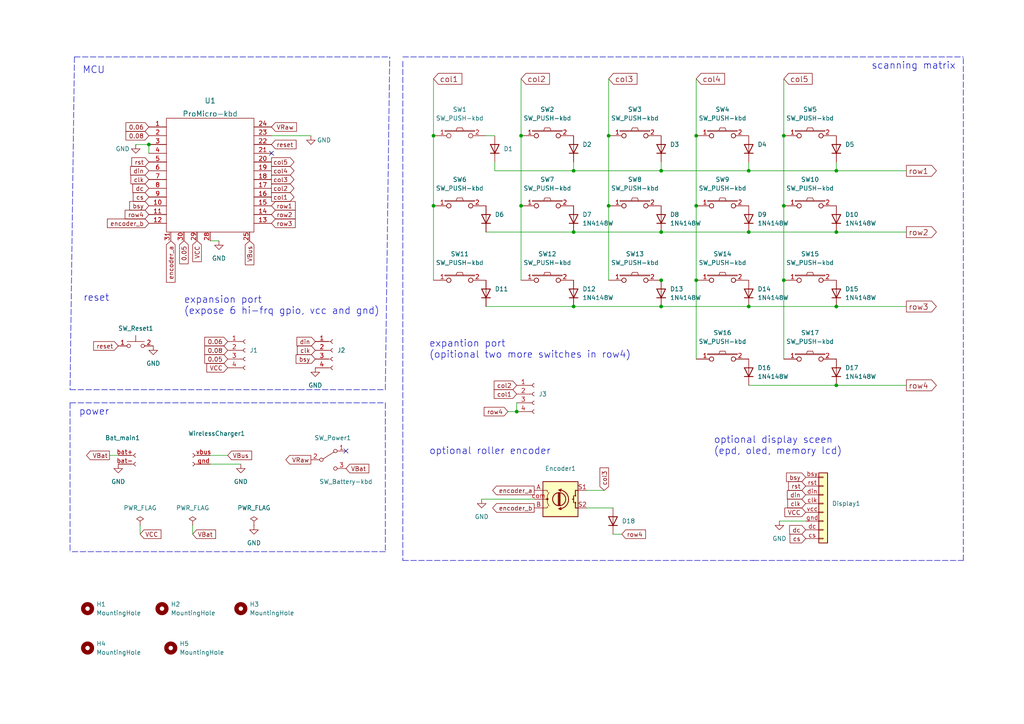
<source format=kicad_sch>
(kicad_sch (version 20211123) (generator eeschema)
  (paper "A4")
  (lib_symbols
    (symbol "Conn_01x02_Female_2" (pin_names (offset 1.016) hide)
      (property "Reference" "WirelessCharger1" (at 16.51 5.08 0))
      (symbol "Conn_01x02_Female_2_1_1"
        (arc (start 0 -2.032) (mid -0.508 -2.54) (end 0 -3.048) (stroke (width 0.1524)))
        (polyline (pts (xy -1.27 -2.54) (xy -0.508 -2.54)) (stroke (width 0.1524)))
        (polyline (pts (xy -1.27 0) (xy -0.508 0)) (stroke (width 0.1524)))
        (arc (start 0 0.508) (mid -0.508 0) (end 0 -0.508) (stroke (width 0.1524)))
        (pin passive line (at -5.08 -2.54 0) (length 3.81) (name "GND") (number "gnd"))
        (pin passive line (at -5.08 0 0) (length 3.81) (name "VBUS") (number "vbus"))
      )
    )
    (symbol "Connector:Conn_01x04_Female" (pin_names (offset 1.016) hide)
      (property "Reference" "J" (at 0 5.08 0))
      (property "Value" "Conn_01x04_Female" (at 0 -7.62 0))
      (symbol "Conn_01x04_Female_1_1"
        (arc (start 0 -4.572) (mid -0.508 -5.08) (end 0 -5.588) (stroke (width 0.1524)))
        (arc (start 0 -2.032) (mid -0.508 -2.54) (end 0 -3.048) (stroke (width 0.1524)))
        (polyline (pts (xy -1.27 -5.08) (xy -0.508 -5.08)) (stroke (width 0.1524)))
        (polyline (pts (xy -1.27 -2.54) (xy -0.508 -2.54)) (stroke (width 0.1524)))
        (polyline (pts (xy -1.27 0) (xy -0.508 0)) (stroke (width 0.1524)))
        (polyline (pts (xy -1.27 2.54) (xy -0.508 2.54)) (stroke (width 0.1524)))
        (arc (start 0 0.508) (mid -0.508 0) (end 0 -0.508) (stroke (width 0.1524)))
        (arc (start 0 3.048) (mid -0.508 2.54) (end 0 2.032) (stroke (width 0.1524)))
        (pin passive line (at -5.08 2.54 0) (length 3.81) (name "Pin_1") (number "1"))
        (pin passive line (at -5.08 0 0) (length 3.81) (name "Pin_2") (number "2"))
        (pin passive line (at -5.08 -2.54 0) (length 3.81) (name "Pin_3") (number "3"))
        (pin passive line (at -5.08 -5.08 0) (length 3.81) (name "Pin_4") (number "4"))
      )
    )
    (symbol "Mechanical:MountingHole" (pin_names (offset 1.016))
      (property "Reference" "H" (at 0 5.08 0))
      (property "Value" "MountingHole" (at 0 3.175 0))
      (symbol "MountingHole_0_1"
        (circle (center 0 0) (radius 1.27) (stroke (width 1.27)))
      )
    )
    (symbol "mysymbol:1N4148W" (pin_numbers hide) (pin_names (offset 1.016) hide)
      (property "Reference" "D?" (at 2.54 1.2701 90))
      (symbol "1N4148W_0_1"
        (polyline (pts (xy -1.27 1.27) (xy -1.27 -1.27)) (stroke (width 0.254)))
        (polyline (pts (xy 1.27 0) (xy -1.27 0)))
        (polyline (pts (xy 1.27 1.27) (xy 1.27 -1.27) (xy -1.27 0) (xy 1.27 1.27)) (stroke (width 0.254)))
      )
      (symbol "1N4148W_1_1"
        (pin passive line (at -3.81 0 0) (length 2.54) (name "K") (number "1"))
        (pin passive line (at 3.81 0 180) (length 2.54) (name "A") (number "2"))
      )
    )
    (symbol "mysymbol:Conn_Battery_solderable" (pin_names (offset 1.016) hide)
      (property "Reference" "J?" (at 1.27 0.0001 0))
      (property "Value" "Conn_Battery_solderable" (at 1.27 -2.5399 0))
      (symbol "Conn_Battery_solderable_1_1"
        (arc (start 0 -2.032) (mid -0.508 -2.54) (end 0 -3.048) (stroke (width 0.1524)))
        (polyline (pts (xy -1.27 -2.54) (xy -0.508 -2.54)) (stroke (width 0.1524)))
        (polyline (pts (xy -1.27 0) (xy -0.508 0)) (stroke (width 0.1524)))
        (arc (start 0 0.508) (mid -0.508 0) (end 0 -0.508) (stroke (width 0.1524)))
        (pin passive line (at -5.08 0 0) (length 3.81) (name "Bat+") (number "bat+"))
        (pin passive line (at -5.08 -2.54 0) (length 3.81) (name "Bat-") (number "bat-"))
      )
    )
    (symbol "mysymbol:Conn_Display_general" (pin_names (offset 1.016) hide)
      (property "Reference" "J?" (at 2.54 0.0001 0))
      (property "Value" "Conn_Display_general" (at 2.54 -2.5399 0))
      (symbol "Conn_Display_general_1_1"
        (rectangle (start -1.27 -10.033) (end 0 -10.287) (stroke (width 0.1524)))
        (rectangle (start -1.27 -7.493) (end 0 -7.747) (stroke (width 0.1524)))
        (rectangle (start -1.27 -4.953) (end 0 -5.207) (stroke (width 0.1524)))
        (rectangle (start -1.27 -2.413) (end 0 -2.667) (stroke (width 0.1524)))
        (rectangle (start -1.27 0.127) (end 0 -0.127) (stroke (width 0.1524)))
        (rectangle (start -1.27 2.667) (end 0 2.413) (stroke (width 0.1524)))
        (rectangle (start -1.27 5.207) (end 0 4.953) (stroke (width 0.1524)))
        (rectangle (start -1.27 7.747) (end 0 7.493) (stroke (width 0.1524)))
        (rectangle (start -1.27 8.89) (end 1.27 -11.43) (stroke (width 0.254)) (fill (type background)))
        (pin passive line (at -5.08 7.62 0) (length 3.81) (name "BSY") (number "bsy"))
        (pin passive line (at -5.08 0 0) (length 3.81) (name "CLK") (number "clk"))
        (pin passive line (at -5.08 -10.16 0) (length 3.81) (name "CS") (number "cs"))
        (pin passive line (at -5.08 -7.62 0) (length 3.81) (name "DC") (number "dc"))
        (pin passive line (at -5.08 2.54 0) (length 3.81) (name "DIN") (number "din"))
        (pin passive line (at -5.08 -5.08 0) (length 3.81) (name "GND") (number "gnd"))
        (pin passive line (at -5.08 5.08 0) (length 3.81) (name "RST") (number "rst"))
        (pin passive line (at -5.08 -2.54 0) (length 3.81) (name "VCC") (number "vcc"))
      )
    )
    (symbol "mysymbol:ProMacro-Lite-Partial" (pin_names (offset 1.016) hide)
      (property "Reference" "U1" (at 0 24.13 0))
      (property "Value" "ProMacro-Lite-Partial" (at 0 13.97 0))
      (symbol "ProMacro-Lite-Partial_0_1"
        (rectangle (start -12.7 21.59) (end 12.7 -11.43))
      )
      (symbol "ProMacro-Lite-Partial_1_1"
        (pin bidirectional line (at -17.78 19.05 0) (length 5.08) (name "TX") (number "1"))
        (pin bidirectional line (at -17.78 -3.81 0) (length 5.08) (name "E6") (number "10"))
        (pin bidirectional line (at -17.78 -6.35 0) (length 5.08) (name "B4") (number "11"))
        (pin bidirectional line (at -17.78 -8.89 0) (length 5.08) (name "B5") (number "12"))
        (pin bidirectional line (at 17.78 -8.89 180) (length 5.08) (name "B6") (number "13"))
        (pin bidirectional line (at 17.78 -6.35 180) (length 5.08) (name "B2") (number "14"))
        (pin bidirectional line (at 17.78 -3.81 180) (length 5.08) (name "B3") (number "15"))
        (pin bidirectional line (at 17.78 -1.27 180) (length 5.08) (name "B1") (number "16"))
        (pin bidirectional line (at 17.78 1.27 180) (length 5.08) (name "F7") (number "17"))
        (pin bidirectional line (at 17.78 3.81 180) (length 5.08) (name "F6") (number "18"))
        (pin bidirectional line (at 17.78 6.35 180) (length 5.08) (name "F5") (number "19"))
        (pin bidirectional line (at -17.78 16.51 0) (length 5.08) (name "RX") (number "2"))
        (pin bidirectional line (at 17.78 8.89 180) (length 5.08) (name "F4") (number "20"))
        (pin power_in line (at 17.78 11.43 180) (length 5.08) (name "VCC") (number "21"))
        (pin input line (at 17.78 13.97 180) (length 5.08) (name "RST") (number "22"))
        (pin power_in line (at 17.78 16.51 180) (length 5.08) (name "GND") (number "23"))
        (pin power_out line (at 17.78 19.05 180) (length 5.08) (name "RAW") (number "24"))
        (pin power_in line (at 11.43 -13.97 90) (length 2.54) (name "vbus") (number "25"))
        (pin power_in line (at 0 -13.97 90) (length 2.54) (name "gnd") (number "28"))
        (pin power_out line (at -3.81 -13.97 90) (length 2.54) (name "3.3V") (number "29"))
        (pin power_in line (at -17.78 13.97 0) (length 5.08) (name "GND") (number "3"))
        (pin bidirectional line (at -7.62 -13.97 90) (length 2.54) (name "30") (number "30"))
        (pin bidirectional line (at -11.43 -13.97 90) (length 2.54) (name "31") (number "31"))
        (pin power_in line (at -17.78 11.43 0) (length 5.08) (name "GND") (number "4"))
        (pin bidirectional line (at -17.78 8.89 0) (length 5.08) (name "SDA") (number "5"))
        (pin bidirectional line (at -17.78 6.35 0) (length 5.08) (name "SCL") (number "6"))
        (pin bidirectional line (at -17.78 3.81 0) (length 5.08) (name "D4") (number "7"))
        (pin bidirectional line (at -17.78 1.27 0) (length 5.08) (name "C6") (number "8"))
        (pin bidirectional line (at -17.78 -1.27 0) (length 5.08) (name "D7") (number "9"))
      )
    )
    (symbol "mysymbol:RotaryEncoder" (pin_names (offset 0.254) hide)
      (property "Reference" "SW?" (at 0 10.16 0))
      (property "Value" "RotaryEncoder" (at 0 7.62 0))
      (symbol "RotaryEncoder_0_1"
        (rectangle (start -5.08 5.08) (end 5.08 -5.08) (stroke (width 0.254)) (fill (type background)))
        (circle (center -3.81 0) (radius 0.254) (fill (type outline)))
        (arc (start -0.381 -2.794) (mid 2.3622 -0.0508) (end -0.381 2.667) (stroke (width 0.254)))
        (circle (center -0.381 0) (radius 1.905) (stroke (width 0.254)))
        (polyline (pts (xy -0.635 -1.778) (xy -0.635 1.778)) (stroke (width 0.254)))
        (polyline (pts (xy -0.381 -1.778) (xy -0.381 1.778)) (stroke (width 0.254)))
        (polyline (pts (xy -0.127 1.778) (xy -0.127 -1.778)) (stroke (width 0.254)))
        (polyline (pts (xy 3.81 0) (xy 3.429 0)) (stroke (width 0.254)))
        (polyline (pts (xy 3.81 1.016) (xy 3.81 -1.016)) (stroke (width 0.254)))
        (polyline (pts (xy -5.08 -2.54) (xy -3.81 -2.54) (xy -3.81 -2.032)))
        (polyline (pts (xy -5.08 2.54) (xy -3.81 2.54) (xy -3.81 2.032)))
        (polyline (pts (xy 0.254 -3.048) (xy -0.508 -2.794) (xy 0.127 -2.413)) (stroke (width 0.254)))
        (polyline (pts (xy 0.254 2.921) (xy -0.508 2.667) (xy 0.127 2.286)) (stroke (width 0.254)))
        (polyline (pts (xy 5.08 -2.54) (xy 4.318 -2.54) (xy 4.318 -1.016)) (stroke (width 0.254)))
        (polyline (pts (xy 5.08 2.54) (xy 4.318 2.54) (xy 4.318 1.016)) (stroke (width 0.254)))
        (polyline (pts (xy -5.08 0) (xy -3.81 0) (xy -3.81 -1.016) (xy -3.302 -2.032)))
        (polyline (pts (xy -4.318 0) (xy -3.81 0) (xy -3.81 1.016) (xy -3.302 2.032)))
        (circle (center 4.318 -1.016) (radius 0.127) (stroke (width 0.254)))
        (circle (center 4.318 1.016) (radius 0.127) (stroke (width 0.254)))
      )
      (symbol "RotaryEncoder_1_1"
        (pin passive line (at -7.62 2.54 0) (length 2.54) (name "A") (number "A"))
        (pin passive line (at -7.62 -2.54 0) (length 2.54) (name "B") (number "B"))
        (pin passive line (at 7.62 2.54 180) (length 2.54) (name "S1") (number "S1"))
        (pin passive line (at 7.62 -2.54 180) (length 2.54) (name "S2") (number "S2"))
        (pin passive line (at -7.62 0 0) (length 2.54) (name "COM") (number "com"))
      )
    )
    (symbol "mysymbol:SW_Battery-kbd" (pin_names (offset 0) hide)
      (property "Reference" "SW_Battery?" (at 7.62 4.3476 0))
      (property "Value" "SW_Battery-kbd" (at 5.08 -6.35 0))
      (symbol "SW_Battery-kbd_0_0"
        (circle (center -2.032 0) (radius 0.508))
        (circle (center 2.032 -2.54) (radius 0.508))
      )
      (symbol "SW_Battery-kbd_0_1"
        (polyline (pts (xy -1.524 0.254) (xy 1.651 2.286)))
        (circle (center 2.032 2.54) (radius 0.508))
      )
      (symbol "SW_Battery-kbd_1_1"
        (pin passive line (at 5.08 2.54 180) (length 2.54) (name "A") (number "1"))
        (pin passive line (at -5.08 0 0) (length 2.54) (name "B") (number "2"))
        (pin passive line (at 5.08 -2.54 180) (length 2.54) (name "C") (number "3"))
      )
    )
    (symbol "mysymbol:SW_PUSH-kbd" (pin_names (offset 1.016) hide)
      (property "Reference" "SW1" (at 3.81 2.794 0))
      (symbol "SW_PUSH-kbd_0_1"
        (rectangle (start -4.318 1.27) (end 4.318 1.524))
        (polyline (pts (xy -1.016 1.524) (xy -0.762 2.286) (xy 0.762 2.286) (xy 1.016 1.524)))
        (pin passive inverted (at -7.62 0 0) (length 5.08) (name "1") (number "1"))
        (pin passive inverted (at 7.62 0 180) (length 5.08) (name "2") (number "2"))
      )
    )
    (symbol "mysymbol:SW_RESET-kbd" (pin_names (offset 1.016) hide)
      (property "Reference" "RSW?" (at 0 7.239 0))
      (property "Value" "SW_RESET-kbd" (at 0 4.9276 0))
      (symbol "SW_RESET-kbd_0_1"
        (circle (center -2.032 0) (radius 0.508))
        (polyline (pts (xy 0 1.27) (xy 0 3.048)))
        (polyline (pts (xy 2.54 1.27) (xy -2.54 1.27)))
        (circle (center 2.032 0) (radius 0.508))
        (pin passive line (at -5.08 0 0) (length 2.54) (name "1") (number "1"))
        (pin passive line (at 5.08 0 180) (length 2.54) (name "2") (number "2"))
      )
    )
    (symbol "power:GND" (power) (pin_names (offset 0))
      (property "Value" "GND" (at 0 -3.81 0))
      (symbol "GND_0_1"
        (polyline (pts (xy 0 0) (xy 0 -1.27) (xy 1.27 -1.27) (xy 0 -2.54) (xy -1.27 -1.27) (xy 0 -1.27)))
      )
      (symbol "GND_1_1"
        (pin power_in line (at 0 0 270) (length 0) hide (name "GND") (number "1"))
      )
    )
    (symbol "power:PWR_FLAG" (power) (pin_numbers hide) (pin_names (offset 0) hide)
      (property "Value" "PWR_FLAG" (at 0 3.81 0))
      (symbol "PWR_FLAG_0_0"
        (pin power_out line (at 0 0 90) (length 0) (name "pwr") (number "1"))
      )
      (symbol "PWR_FLAG_0_1"
        (polyline (pts (xy 0 0) (xy 0 1.27) (xy -1.016 1.905) (xy 0 2.54) (xy 1.016 1.905) (xy 0 1.27)))
      )
    )
  )
  (junction (at 176.53 59.69))
  (junction (at 151.13 59.69))
  (junction (at 125.73 59.69))
  (junction (at 227.33 59.69))
  (junction (at 151.13 39.37))
  (junction (at 166.37 49.53))
  (junction (at 242.57 67.31))
  (junction (at 166.37 67.31))
  (junction (at 149.86 119.38))
  (junction (at 201.93 59.69))
  (junction (at 242.57 49.53))
  (junction (at 242.57 88.9))
  (junction (at 43.18 41.91))
  (junction (at 166.37 88.9))
  (junction (at 191.77 81.28))
  (junction (at 191.77 88.9))
  (junction (at 227.33 81.28))
  (junction (at 191.77 49.53))
  (junction (at 217.17 67.31))
  (junction (at 242.57 111.76))
  (junction (at 201.93 81.28))
  (junction (at 217.17 88.9))
  (junction (at 125.73 39.37))
  (junction (at 227.33 39.37))
  (junction (at 217.17 49.53))
  (junction (at 176.53 39.37))
  (junction (at 191.77 67.31))
  (junction (at 201.93 39.37))
  (no_connect (at 100.33 130.81))
  (no_connect (at 78.74 44.45))
  (wire (pts (xy 201.93 59.69) (xy 201.93 81.28)))
  (wire (pts (xy 43.18 44.45) (xy 43.18 41.91)))
  (wire (pts (xy 217.17 49.53) (xy 242.57 49.53)))
  (wire (pts (xy 191.77 49.53) (xy 217.17 49.53)))
  (wire (pts (xy 90.17 39.37) (xy 78.74 39.37)))
  (wire (pts (xy 190.5 81.28) (xy 191.77 81.28)))
  (wire (pts (xy 242.57 88.9) (xy 262.89 88.9)))
  (wire (pts (xy 60.96 134.62) (xy 69.85 134.62)))
  (polyline (pts (xy 218.44 162.56) (xy 279.4 162.56)))
  (wire (pts (xy 143.51 46.99) (xy 143.51 49.53)))
  (wire (pts (xy 140.97 67.31) (xy 166.37 67.31)))
  (polyline (pts (xy 20.32 116.84) (xy 20.32 160.02)))
  (wire (pts (xy 175.26 142.24) (xy 170.18 142.24)))
  (wire (pts (xy 125.73 22.86) (xy 125.73 39.37)))
  (wire (pts (xy 176.53 39.37) (xy 176.53 59.69)))
  (wire (pts (xy 147.32 119.38) (xy 149.86 119.38)))
  (wire (pts (xy 227.33 81.28) (xy 227.33 104.14)))
  (wire (pts (xy 39.37 41.91) (xy 43.18 41.91)))
  (wire (pts (xy 242.57 67.31) (xy 262.89 67.31)))
  (wire (pts (xy 140.97 88.9) (xy 166.37 88.9)))
  (wire (pts (xy 227.33 39.37) (xy 227.33 59.69)))
  (wire (pts (xy 217.17 46.99) (xy 217.17 49.53)))
  (wire (pts (xy 217.17 111.76) (xy 242.57 111.76)))
  (polyline (pts (xy 116.84 16.51) (xy 279.4 16.51)))
  (wire (pts (xy 143.51 49.53) (xy 166.37 49.53)))
  (wire (pts (xy 151.13 22.86) (xy 151.13 39.37)))
  (wire (pts (xy 217.17 67.31) (xy 242.57 67.31)))
  (polyline (pts (xy 116.84 17.78) (xy 116.84 162.56)))
  (wire (pts (xy 201.93 81.28) (xy 201.93 104.14)))
  (polyline (pts (xy 20.32 113.03) (xy 111.76 113.03)))
  (wire (pts (xy 226.06 151.13) (xy 233.68 151.13)))
  (wire (pts (xy 55.88 154.94) (xy 55.88 152.4)))
  (wire (pts (xy 191.77 67.31) (xy 217.17 67.31)))
  (polyline (pts (xy 116.84 162.56) (xy 218.44 162.56)))
  (wire (pts (xy 176.53 22.86) (xy 176.53 39.37)))
  (wire (pts (xy 191.77 88.9) (xy 217.17 88.9)))
  (wire (pts (xy 60.96 132.08) (xy 66.04 132.08)))
  (wire (pts (xy 125.73 39.37) (xy 125.73 59.69)))
  (wire (pts (xy 227.33 22.86) (xy 227.33 39.37)))
  (wire (pts (xy 242.57 46.99) (xy 242.57 49.53)))
  (wire (pts (xy 191.77 46.99) (xy 191.77 49.53)))
  (wire (pts (xy 180.34 154.94) (xy 177.8 154.94)))
  (wire (pts (xy 166.37 88.9) (xy 191.77 88.9)))
  (polyline (pts (xy 111.76 116.84) (xy 111.76 160.02)))
  (wire (pts (xy 125.73 59.69) (xy 125.73 81.28)))
  (polyline (pts (xy 21.59 16.51) (xy 113.03 16.51)))
  (wire (pts (xy 166.37 67.31) (xy 191.77 67.31)))
  (wire (pts (xy 40.64 154.94) (xy 40.64 152.4)))
  (wire (pts (xy 166.37 49.53) (xy 191.77 49.53)))
  (wire (pts (xy 201.93 39.37) (xy 201.93 59.69)))
  (wire (pts (xy 166.37 46.99) (xy 166.37 49.53)))
  (wire (pts (xy 63.5 69.85) (xy 60.96 69.85)))
  (wire (pts (xy 217.17 88.9) (xy 242.57 88.9)))
  (wire (pts (xy 176.53 59.69) (xy 176.53 81.28)))
  (wire (pts (xy 149.86 116.84) (xy 149.86 119.38)))
  (wire (pts (xy 227.33 59.69) (xy 227.33 81.28)))
  (wire (pts (xy 31.75 132.08) (xy 34.29 132.08)))
  (polyline (pts (xy 111.76 113.03) (xy 113.03 16.51)))
  (polyline (pts (xy 218.44 162.56) (xy 218.44 162.56)))
  (wire (pts (xy 201.93 22.86) (xy 201.93 39.37)))
  (polyline (pts (xy 111.76 160.02) (xy 20.32 160.02)))
  (wire (pts (xy 151.13 59.69) (xy 151.13 81.28)))
  (wire (pts (xy 242.57 111.76) (xy 262.89 111.76)))
  (wire (pts (xy 139.7 144.78) (xy 154.94 144.78)))
  (polyline (pts (xy 20.32 116.84) (xy 111.76 116.84)))
  (polyline (pts (xy 21.59 16.51) (xy 20.32 113.03)))
  (wire (pts (xy 151.13 39.37) (xy 151.13 59.69)))
  (wire (pts (xy 177.8 147.32) (xy 170.18 147.32)))
  (wire (pts (xy 242.57 49.53) (xy 262.89 49.53)))
  (polyline (pts (xy 279.4 162.56) (xy 279.4 16.51)))
  (wire (pts (xy 140.97 39.37) (xy 143.51 39.37)))
  (text "optional display sceen\n(epd, oled, memory lcd)" (at 207.01 132.08 0) (effects (font (size 2 2)) (justify left bottom)))
  (text "optional roller encoder" (at 124.46 132.08 0) (effects (font (size 2 2)) (justify left bottom)))
  (text "MCU" (at 30.48 21.59 180) (effects (font (size 2 2)) (justify right bottom)))
  (text "scanning matrix" (at 252.73 20.32 0) (effects (font (size 2 2)) (justify left bottom)))
  (text "expansion port\n(expose 6 hi-frq gpio, vcc and gnd)" (at 53.34 91.44 0) (effects (font (size 2 2)) (justify left bottom)))
  (text "expantion port\n(opitional two more switches in row4)" (at 124.46 104.14 0) (effects (font (size 2 2)) (justify left bottom)))
  (text "power" (at 31.75 120.65 180) (effects (font (size 2 2)) (justify right bottom)))
  (text "reset" (at 31.75 87.63 180) (effects (font (size 2 2)) (justify right bottom)))
  (global_label "VBus" (shape input) (at 66.04 132.08 0) (property "Intersheet References" "${INTERSHEET_REFS}" (effects hide)))
  (global_label "row3" (shape output) (at 262.89 88.9 0) (effects (font (size 1.6 1.6))) (property "Intersheet References" "${INTERSHEET_REFS}" (effects hide)))
  (global_label "col5" (shape input) (at 227.33 22.86 0) (effects (font (size 1.6 1.6))) (property "Intersheet References" "${INTERSHEET_REFS}" (effects hide)))
  (global_label "col1" (shape input) (at 149.86 114.3 180) (property "Intersheet References" "${INTERSHEET_REFS}" (effects hide)))
  (global_label "dc" (shape input) (at 43.18 54.61 180) (property "Intersheet References" "${INTERSHEET_REFS}" (effects hide)))
  (global_label "VBat" (shape input) (at 55.88 154.94 0) (property "Intersheet References" "${INTERSHEET_REFS}" (effects hide)))
  (global_label "VRaw" (shape input) (at 78.74 36.83 0) (property "Intersheet References" "${INTERSHEET_REFS}" (effects hide)))
  (global_label "col4" (shape input) (at 201.93 22.86 0) (effects (font (size 1.6 1.6))) (property "Intersheet References" "${INTERSHEET_REFS}" (effects hide)))
  (global_label "col5" (shape output) (at 78.74 46.99 0) (property "Intersheet References" "${INTERSHEET_REFS}" (effects hide)))
  (global_label "0.08" (shape input) (at 66.04 101.6 180) (property "Intersheet References" "${INTERSHEET_REFS}" (effects hide)))
  (global_label "encoder_b" (shape output) (at 154.94 147.32 180) (property "Intersheet References" "${INTERSHEET_REFS}" (effects hide)))
  (global_label "row2" (shape output) (at 262.89 67.31 0) (effects (font (size 1.6 1.6))) (property "Intersheet References" "${INTERSHEET_REFS}" (effects hide)))
  (global_label "bsy" (shape input) (at 233.68 138.43 180) (property "Intersheet References" "${INTERSHEET_REFS}" (effects hide)))
  (global_label "0.08" (shape input) (at 43.18 39.37 180) (property "Intersheet References" "${INTERSHEET_REFS}" (effects hide)))
  (global_label "reset" (shape input) (at 78.74 41.91 0) (property "Intersheet References" "${INTERSHEET_REFS}" (effects hide)))
  (global_label "col1" (shape input) (at 125.73 22.86 0) (effects (font (size 1.6 1.6))) (property "Intersheet References" "${INTERSHEET_REFS}" (effects hide)))
  (global_label "VCC" (shape input) (at 57.15 69.85 270) (property "Intersheet References" "${INTERSHEET_REFS}" (effects hide)))
  (global_label "col3" (shape input) (at 175.26 142.24 90) (property "Intersheet References" "${INTERSHEET_REFS}" (effects hide)))
  (global_label "VBat" (shape output) (at 31.75 132.08 180) (property "Intersheet References" "${INTERSHEET_REFS}" (effects hide)))
  (global_label "VCC" (shape input) (at 66.04 106.68 180) (property "Intersheet References" "${INTERSHEET_REFS}" (effects hide)))
  (global_label "VRaw" (shape output) (at 90.17 133.35 180) (property "Intersheet References" "${INTERSHEET_REFS}" (effects hide)))
  (global_label "VCC" (shape input) (at 40.64 154.94 0) (property "Intersheet References" "${INTERSHEET_REFS}" (effects hide)))
  (global_label "0.05" (shape input) (at 66.04 104.14 180) (property "Intersheet References" "${INTERSHEET_REFS}" (effects hide)))
  (global_label "VBat" (shape input) (at 100.33 135.89 0) (property "Intersheet References" "${INTERSHEET_REFS}" (effects hide)))
  (global_label "col1" (shape output) (at 78.74 57.15 0) (property "Intersheet References" "${INTERSHEET_REFS}" (effects hide)))
  (global_label "col2" (shape output) (at 78.74 54.61 0) (property "Intersheet References" "${INTERSHEET_REFS}" (effects hide)))
  (global_label "clk" (shape input) (at 43.18 52.07 180) (property "Intersheet References" "${INTERSHEET_REFS}" (effects hide)))
  (global_label "col3" (shape input) (at 176.53 22.86 0) (effects (font (size 1.6 1.6))) (property "Intersheet References" "${INTERSHEET_REFS}" (effects hide)))
  (global_label "din" (shape input) (at 91.44 99.06 180) (property "Intersheet References" "${INTERSHEET_REFS}" (effects hide)))
  (global_label "row3" (shape input) (at 78.74 64.77 0) (property "Intersheet References" "${INTERSHEET_REFS}" (effects hide)))
  (global_label "row2" (shape input) (at 78.74 62.23 0) (property "Intersheet References" "${INTERSHEET_REFS}" (effects hide)))
  (global_label "bsy" (shape input) (at 91.44 104.14 180) (property "Intersheet References" "${INTERSHEET_REFS}" (effects hide)))
  (global_label "0.06" (shape input) (at 43.18 36.83 180) (property "Intersheet References" "${INTERSHEET_REFS}" (effects hide)))
  (global_label "0.05" (shape input) (at 53.34 69.85 270) (property "Intersheet References" "${INTERSHEET_REFS}" (effects hide)))
  (global_label "encoder_a" (shape input) (at 49.53 69.85 270) (property "Intersheet References" "${INTERSHEET_REFS}" (effects hide)))
  (global_label "din" (shape input) (at 43.18 49.53 180) (property "Intersheet References" "${INTERSHEET_REFS}" (effects hide)))
  (global_label "bsy" (shape input) (at 43.18 59.69 180) (property "Intersheet References" "${INTERSHEET_REFS}" (effects hide)))
  (global_label "row4" (shape input) (at 43.18 62.23 180) (property "Intersheet References" "${INTERSHEET_REFS}" (effects hide)))
  (global_label "row4" (shape input) (at 180.34 154.94 0) (property "Intersheet References" "${INTERSHEET_REFS}" (effects hide)))
  (global_label "col2" (shape input) (at 151.13 22.86 0) (effects (font (size 1.6 1.6))) (property "Intersheet References" "${INTERSHEET_REFS}" (effects hide)))
  (global_label "rst" (shape input) (at 233.68 140.97 180) (property "Intersheet References" "${INTERSHEET_REFS}" (effects hide)))
  (global_label "col2" (shape input) (at 149.86 111.76 180) (property "Intersheet References" "${INTERSHEET_REFS}" (effects hide)))
  (global_label "row4" (shape input) (at 147.32 119.38 180) (property "Intersheet References" "${INTERSHEET_REFS}" (effects hide)))
  (global_label "row4" (shape output) (at 262.89 111.76 0) (effects (font (size 1.6 1.6))) (property "Intersheet References" "${INTERSHEET_REFS}" (effects hide)))
  (global_label "cs" (shape input) (at 233.68 156.21 180) (property "Intersheet References" "${INTERSHEET_REFS}" (effects hide)))
  (global_label "VBus" (shape input) (at 72.39 69.85 270) (property "Intersheet References" "${INTERSHEET_REFS}" (effects hide)))
  (global_label "rst" (shape input) (at 43.18 46.99 180) (property "Intersheet References" "${INTERSHEET_REFS}" (effects hide)))
  (global_label "clk" (shape input) (at 91.44 101.6 180) (property "Intersheet References" "${INTERSHEET_REFS}" (effects hide)))
  (global_label "cs" (shape input) (at 43.18 57.15 180) (property "Intersheet References" "${INTERSHEET_REFS}" (effects hide)))
  (global_label "col3" (shape output) (at 78.74 52.07 0) (property "Intersheet References" "${INTERSHEET_REFS}" (effects hide)))
  (global_label "row1" (shape input) (at 78.74 59.69 0) (property "Intersheet References" "${INTERSHEET_REFS}" (effects hide)))
  (global_label "reset" (shape input) (at 34.29 100.33 180) (property "Intersheet References" "${INTERSHEET_REFS}" (effects hide)))
  (global_label "encoder_a" (shape output) (at 154.94 142.24 180) (property "Intersheet References" "${INTERSHEET_REFS}" (effects hide)))
  (global_label "encoder_b" (shape input) (at 43.18 64.77 180) (property "Intersheet References" "${INTERSHEET_REFS}" (effects hide)))
  (global_label "clk" (shape input) (at 233.68 146.05 180) (property "Intersheet References" "${INTERSHEET_REFS}" (effects hide)))
  (global_label "col4" (shape output) (at 78.74 49.53 0) (property "Intersheet References" "${INTERSHEET_REFS}" (effects hide)))
  (global_label "VCC" (shape input) (at 233.68 148.59 180) (property "Intersheet References" "${INTERSHEET_REFS}" (effects hide)))
  (global_label "dc" (shape input) (at 233.68 153.67 180) (property "Intersheet References" "${INTERSHEET_REFS}" (effects hide)))
  (global_label "row1" (shape output) (at 262.89 49.53 0) (effects (font (size 1.6 1.6))) (property "Intersheet References" "${INTERSHEET_REFS}" (effects hide)))
  (global_label "din" (shape input) (at 233.68 143.51 180) (property "Intersheet References" "${INTERSHEET_REFS}" (effects hide)))
  (global_label "0.06" (shape input) (at 66.04 99.06 180) (property "Intersheet References" "${INTERSHEET_REFS}" (effects hide)))
  (symbol (lib_id "power:PWR_FLAG") (at 73.66 152.4 0) (unit 1)
    (property "Reference" "#FLG03" (effects hide))
    (property "Value" "PWR_FLAG" (at 73.66 147.32 0))
  )
  (symbol (lib_id "mysymbol:1N4148W") (at 191.77 43.18 90) (unit 1)
    (property "Reference" "D3" (at 194.31 41.9099 90) (effects (justify right)))
    (property "Value" "1N4148W" (effects hide))
    (property "Footprint" "mylib:Diode" (effects hide))
    (property "Datasheet" "https://www.vishay.com/docs/85748/1n4148w.pdf" (effects hide))
  )
  (symbol (lib_id "mysymbol:1N4148W") (at 166.37 85.09 90) (unit 1)
    (property "Reference" "D12" (at 168.91 83.8199 90) (effects (justify right)))
    (property "Value" "1N4148W" (at 168.91 86.3599 90) (effects (justify right)))
    (property "Footprint" "mylib:Diode" (effects hide))
    (property "Datasheet" "https://www.vishay.com/docs/85748/1n4148w.pdf" (effects hide))
  )
  (symbol (lib_id "power:GND") (at 73.66 152.4 0) (unit 1)
    (property "Reference" "#PWR010" (effects hide))
    (property "Value" "GND" (at 73.66 157.48 0))
  )
  (symbol (lib_id "mysymbol:1N4148W") (at 242.57 63.5 90) (unit 1)
    (property "Reference" "D10" (at 245.11 62.2299 90) (effects (justify right)))
    (property "Value" "1N4148W" (at 245.11 64.7699 90) (effects (justify right)))
    (property "Footprint" "mylib:Diode" (effects hide))
    (property "Datasheet" "https://www.vishay.com/docs/85748/1n4148w.pdf" (effects hide))
  )
  (symbol (lib_id "mysymbol:SW_PUSH-kbd") (at 209.55 81.28 0) (unit 1)
    (property "Reference" "SW14" (at 209.55 73.66 0))
    (property "Value" "SW_PUSH-kbd" (at 209.55 76.2 0))
    (property "Footprint" "mylib:Kailh_Choc_Hotplug" (effects hide))
  )
  (symbol (lib_id "mysymbol:1N4148W") (at 143.51 43.18 90) (unit 1)
    (property "Reference" "D1" (at 146.05 43.1799 90) (effects (justify right)))
    (property "Value" "1N4148W" (effects hide))
    (property "Footprint" "mylib:Diode" (effects hide))
    (property "Datasheet" "https://www.vishay.com/docs/85748/1n4148w.pdf" (effects hide))
  )
  (symbol (lib_id "mysymbol:1N4148W") (at 191.77 63.5 90) (unit 1)
    (property "Reference" "D8" (at 194.31 62.2299 90) (effects (justify right)))
    (property "Value" "1N4148W" (at 194.31 64.7699 90) (effects (justify right)))
    (property "Footprint" "mylib:Diode" (effects hide))
    (property "Datasheet" "https://www.vishay.com/docs/85748/1n4148w.pdf" (effects hide))
  )
  (symbol (lib_id "mysymbol:SW_PUSH-kbd") (at 209.55 104.14 0) (unit 1)
    (property "Reference" "SW16" (at 209.55 96.52 0))
    (property "Value" "SW_PUSH-kbd" (at 209.55 99.06 0))
    (property "Footprint" "mylib:Kailh_Choc_Hotplug" (effects hide))
  )
  (symbol (lib_id "mysymbol:SW_PUSH-kbd") (at 158.75 39.37 0) (unit 1)
    (property "Reference" "SW2" (at 158.75 31.75 0))
    (property "Value" "SW_PUSH-kbd" (at 158.75 34.29 0))
    (property "Footprint" "mylib:Kailh_Choc_Hotplug" (effects hide))
  )
  (symbol (lib_id "Connector:Conn_01x04_Female") (at 154.94 114.3 0) (unit 1) (in_bom no)
    (property "Reference" "J3" (at 156.21 114.2999 0) (effects (justify left)))
    (property "Value" "expantion1" (effects hide))
    (property "Footprint" "mylib:pogopin_1x4" (effects hide))
  )
  (symbol (lib_id "mysymbol:SW_Battery-kbd") (at 95.25 133.35 0) (unit 1)
    (property "Reference" "SW_Power1" (at 96.52 127 0))
    (property "Value" "SW_Battery-kbd" (at 100.33 139.7 0))
    (property "Footprint" "mylib:SW_BSI10" (effects hide))
  )
  (symbol (lib_id "power:GND") (at 139.7 144.78 0) (unit 1)
    (property "Reference" "#PWR08" (effects hide))
    (property "Value" "GND" (at 139.7 149.86 0))
  )
  (symbol (lib_id "mysymbol:SW_RESET-kbd") (at 39.37 100.33 0) (unit 1)
    (property "Reference" "SW_Reset1" (at 39.37 95.25 0))
    (property "Value" "SW_RESET-kbd" (effects hide))
    (property "Footprint" "mylib:SW_Reset_vertical" (effects hide))
  )
  (symbol (lib_id "power:GND") (at 226.06 151.13 0) (unit 1)
    (property "Reference" "#PWR09" (effects hide))
    (property "Value" "GND" (at 226.06 156.21 0))
  )
  (symbol (lib_id "power:GND") (at 69.85 134.62 0) (unit 1)
    (property "Reference" "#PWR07" (effects hide))
    (property "Value" "GND" (at 69.85 139.7 0))
  )
  (symbol (lib_id "Mechanical:MountingHole") (at 25.4 187.96 0) (unit 1) (in_bom no)
    (property "Reference" "H4" (at 27.94 186.6899 0) (effects (justify left)))
    (property "Value" "MountingHole" (at 27.94 189.2299 0) (effects (justify left)))
    (property "Footprint" "MountingHole:MountingHole_3.2mm_M3_DIN965" (effects hide))
  )
  (symbol (lib_id "mysymbol:SW_PUSH-kbd") (at 158.75 81.28 0) (unit 1)
    (property "Reference" "SW12" (at 158.75 73.66 0))
    (property "Value" "SW_PUSH-kbd" (at 158.75 76.2 0))
    (property "Footprint" "mylib:Kailh_Choc_Hotplug" (effects hide))
  )
  (symbol (lib_id "Mechanical:MountingHole") (at 25.4 176.53 0) (unit 1) (in_bom no)
    (property "Reference" "H1" (at 27.94 175.2599 0) (effects (justify left)))
    (property "Value" "MountingHole" (at 27.94 177.7999 0) (effects (justify left)))
    (property "Footprint" "MountingHole:MountingHole_3.2mm_M3_DIN965" (effects hide))
  )
  (symbol (lib_id "mysymbol:1N4148W") (at 140.97 85.09 90) (unit 1)
    (property "Reference" "D11" (at 143.51 83.8199 90) (effects (justify right)))
    (property "Value" "1N4148W" (effects hide))
    (property "Footprint" "mylib:Diode" (effects hide))
    (property "Datasheet" "https://www.vishay.com/docs/85748/1n4148w.pdf" (effects hide))
  )
  (symbol (lib_id "mysymbol:SW_PUSH-kbd") (at 234.95 59.69 0) (unit 1)
    (property "Reference" "SW10" (at 234.95 52.07 0))
    (property "Value" "SW_PUSH-kbd" (at 234.95 54.61 0))
    (property "Footprint" "mylib:Kailh_Choc_Hotplug" (effects hide))
  )
  (symbol (lib_id "power:GND") (at 44.45 100.33 0) (unit 1)
    (property "Reference" "#PWR04" (effects hide))
    (property "Value" "GND" (at 44.45 105.41 0))
  )
  (symbol (lib_id "power:GND") (at 39.37 41.91 0) (unit 1)
    (property "Reference" "#PWR02" (effects hide))
    (property "Value" "GND" (at 35.56 43.18 0))
  )
  (symbol (lib_id "Mechanical:MountingHole") (at 49.53 187.96 0) (unit 1) (in_bom no)
    (property "Reference" "H5" (at 52.07 186.6899 0) (effects (justify left)))
    (property "Value" "MountingHole" (at 52.07 189.2299 0) (effects (justify left)))
    (property "Footprint" "MountingHole:MountingHole_3.2mm_M3_DIN965" (effects hide))
  )
  (symbol (lib_id "mysymbol:1N4148W") (at 166.37 43.18 90) (unit 1)
    (property "Reference" "D2" (at 168.91 41.9099 90) (effects (justify right)))
    (property "Value" "1N4148W" (effects hide))
    (property "Footprint" "mylib:Diode" (effects hide))
    (property "Datasheet" "https://www.vishay.com/docs/85748/1n4148w.pdf" (effects hide))
  )
  (symbol (lib_id "mysymbol:1N4148W") (at 166.37 63.5 90) (unit 1)
    (property "Reference" "D7" (at 168.91 62.2299 90) (effects (justify right)))
    (property "Value" "1N4148W" (at 168.91 64.7699 90) (effects (justify right)))
    (property "Footprint" "mylib:Diode" (effects hide))
    (property "Datasheet" "https://www.vishay.com/docs/85748/1n4148w.pdf" (effects hide))
  )
  (symbol (lib_id "mysymbol:1N4148W") (at 191.77 85.09 90) (unit 1)
    (property "Reference" "D13" (at 194.31 83.8199 90) (effects (justify right)))
    (property "Value" "1N4148W" (at 194.31 86.3599 90) (effects (justify right)))
    (property "Footprint" "mylib:Diode" (effects hide))
    (property "Datasheet" "https://www.vishay.com/docs/85748/1n4148w.pdf" (effects hide))
  )
  (symbol (lib_id "mysymbol:1N4148W") (at 242.57 43.18 90) (unit 1)
    (property "Reference" "D5" (at 245.11 41.9099 90) (effects (justify right)))
    (property "Value" "1N4148W" (effects hide))
    (property "Footprint" "mylib:Diode" (effects hide))
    (property "Datasheet" "https://www.vishay.com/docs/85748/1n4148w.pdf" (effects hide))
  )
  (symbol (lib_id "mysymbol:SW_PUSH-kbd") (at 234.95 81.28 0) (unit 1)
    (property "Reference" "SW15" (at 234.95 73.66 0))
    (property "Value" "SW_PUSH-kbd" (at 234.95 76.2 0))
    (property "Footprint" "mylib:Kailh_Choc_Hotplug" (effects hide))
  )
  (symbol (lib_id "mysymbol:1N4148W") (at 242.57 85.09 90) (unit 1)
    (property "Reference" "D15" (at 245.11 83.8199 90) (effects (justify right)))
    (property "Value" "1N4148W" (at 245.11 86.3599 90) (effects (justify right)))
    (property "Footprint" "mylib:Diode" (effects hide))
    (property "Datasheet" "https://www.vishay.com/docs/85748/1n4148w.pdf" (effects hide))
  )
  (symbol (lib_id "mysymbol:SW_PUSH-kbd") (at 133.35 81.28 0) (unit 1)
    (property "Reference" "SW11" (at 133.35 73.66 0))
    (property "Value" "SW_PUSH-kbd" (at 133.35 76.2 0))
    (property "Footprint" "mylib:Kailh_Choc_Hotplug" (effects hide))
  )
  (symbol (lib_id "mysymbol:1N4148W") (at 217.17 63.5 90) (unit 1)
    (property "Reference" "D9" (at 219.71 62.2299 90) (effects (justify right)))
    (property "Value" "1N4148W" (at 219.71 64.7699 90) (effects (justify right)))
    (property "Footprint" "mylib:Diode" (effects hide))
    (property "Datasheet" "https://www.vishay.com/docs/85748/1n4148w.pdf" (effects hide))
  )
  (symbol (lib_id "mysymbol:SW_PUSH-kbd") (at 184.15 39.37 0) (unit 1)
    (property "Reference" "SW3" (at 184.15 31.75 0))
    (property "Value" "SW_PUSH-kbd" (at 184.15 34.29 0))
    (property "Footprint" "mylib:Kailh_Choc_Hotplug" (effects hide))
  )
  (symbol (lib_id "mysymbol:SW_PUSH-kbd") (at 184.15 59.69 0) (unit 1)
    (property "Reference" "SW8" (at 184.15 52.07 0))
    (property "Value" "SW_PUSH-kbd" (at 184.15 54.61 0))
    (property "Footprint" "mylib:Kailh_Choc_Hotplug" (effects hide))
  )
  (symbol (lib_id "power:GND") (at 91.44 106.68 0) (unit 1)
    (property "Reference" "#PWR05" (effects hide))
    (property "Value" "GND" (at 91.44 111.76 0))
  )
  (symbol (lib_id "mysymbol:SW_PUSH-kbd") (at 234.95 39.37 0) (unit 1)
    (property "Reference" "SW5" (at 234.95 31.75 0))
    (property "Value" "SW_PUSH-kbd" (at 234.95 34.29 0))
    (property "Footprint" "mylib:Kailh_Choc_Hotplug" (effects hide))
  )
  (symbol (lib_id "mysymbol:1N4148W") (at 140.97 63.5 90) (unit 1)
    (property "Reference" "D6" (at 143.51 62.2299 90) (effects (justify right)))
    (property "Value" "1N4148W" (effects hide))
    (property "Footprint" "mylib:Diode" (effects hide))
    (property "Datasheet" "https://www.vishay.com/docs/85748/1n4148w.pdf" (effects hide))
  )
  (symbol (lib_id "Mechanical:MountingHole") (at 69.85 176.53 0) (unit 1) (in_bom no)
    (property "Reference" "H3" (at 72.39 175.2599 0) (effects (justify left)))
    (property "Value" "MountingHole" (at 72.39 177.7999 0) (effects (justify left)))
    (property "Footprint" "MountingHole:MountingHole_3.2mm_M3_DIN965" (effects hide))
  )
  (symbol (lib_id "mysymbol:SW_PUSH-kbd") (at 133.35 59.69 0) (unit 1)
    (property "Reference" "SW6" (at 133.35 52.07 0))
    (property "Value" "SW_PUSH-kbd" (at 133.35 54.61 0))
    (property "Footprint" "mylib:Kailh_Choc_Hotplug" (effects hide))
  )
  (symbol (lib_id "mysymbol:1N4148W") (at 217.17 43.18 90) (unit 1)
    (property "Reference" "D4" (at 219.71 41.9099 90) (effects (justify right)))
    (property "Value" "1N4148W" (effects hide))
    (property "Footprint" "mylib:Diode" (effects hide))
    (property "Datasheet" "https://www.vishay.com/docs/85748/1n4148w.pdf" (effects hide))
  )
  (symbol (lib_id "Connector:Conn_01x04_Female") (at 96.52 101.6 0) (unit 1) (in_bom no)
    (property "Reference" "J2" (at 97.79 101.5999 0) (effects (justify left)))
    (property "Value" "Conn_01x04_Female" (effects hide))
    (property "Footprint" "mylib:pogopin_1x4" (effects hide))
  )
  (symbol (lib_id "mysymbol:RotaryEncoder") (at 162.56 144.78 0) (unit 1)
    (property "Reference" "Encoder1" (at 162.56 135.89 0))
    (property "Value" "RotaryEncoder" (effects hide))
    (property "Footprint" "mylib:RollerEncoder_Panasonic_EVQWGD001" (effects hide))
  )
  (symbol (lib_id "power:PWR_FLAG") (at 40.64 152.4 0) (unit 1)
    (property "Reference" "#FLG01" (effects hide))
    (property "Value" "PWR_FLAG" (at 40.64 147.32 0))
  )
  (symbol (lib_id "mysymbol:Conn_Display_general") (at 238.76 146.05 0) (unit 1)
    (property "Reference" "Display1" (at 241.3 146.0499 0) (effects (justify left)))
    (property "Value" "Conn_Display_general" (effects hide))
    (property "Footprint" "mylib:Conn_EPD" (effects hide))
  )
  (symbol (lib_id "mysymbol:SW_PUSH-kbd") (at 184.15 81.28 0) (unit 1)
    (property "Reference" "SW13" (at 184.15 73.66 0))
    (property "Value" "SW_PUSH-kbd" (at 184.15 76.2 0))
    (property "Footprint" "mylib:Kailh_Choc_Hotplug" (effects hide))
  )
  (symbol (lib_id "mysymbol:1N4148W") (at 217.17 85.09 90) (unit 1)
    (property "Reference" "D14" (at 219.71 83.8199 90) (effects (justify right)))
    (property "Value" "1N4148W" (at 219.71 86.3599 90) (effects (justify right)))
    (property "Footprint" "mylib:Diode" (effects hide))
    (property "Datasheet" "https://www.vishay.com/docs/85748/1n4148w.pdf" (effects hide))
  )
  (symbol (lib_id "mysymbol:SW_PUSH-kbd") (at 133.35 39.37 0) (unit 1)
    (property "Reference" "SW1" (at 133.35 31.75 0))
    (property "Value" "SW_PUSH-kbd" (at 133.35 34.29 0))
    (property "Footprint" "mylib:Kailh_Choc_Hotplug" (effects hide))
  )
  (symbol (lib_id "power:GND") (at 34.29 134.62 0) (unit 1)
    (property "Reference" "#PWR06" (effects hide))
    (property "Value" "GND" (at 34.29 139.7 0))
  )
  (symbol (lib_name "Conn_01x02_Female_2") (lib_id "Connector:Conn_01x02_Female") (at 55.88 132.08 0) (mirror y) (unit 1) (in_bom no)
    (property "Reference" "WirelessCharger1" (at 71.12 125.73 0) (effects (justify left)))
    (property "Value" "Conn_01x02_Female" (effects hide))
    (property "Footprint" "mylib:VBus_pad_reversible" (effects hide))
  )
  (symbol (lib_id "power:GND") (at 63.5 69.85 0) (unit 1)
    (property "Reference" "#PWR03" (effects hide))
    (property "Value" "GND" (at 63.5 74.93 0))
  )
  (symbol (lib_id "mysymbol:SW_PUSH-kbd") (at 158.75 59.69 0) (unit 1)
    (property "Reference" "SW7" (at 158.75 52.07 0))
    (property "Value" "SW_PUSH-kbd" (at 158.75 54.61 0))
    (property "Footprint" "mylib:Kailh_Choc_Hotplug" (effects hide))
  )
  (symbol (lib_id "power:GND") (at 90.17 39.37 0) (unit 1)
    (property "Reference" "#PWR01" (effects hide))
    (property "Value" "GND" (at 93.98 40.64 0))
  )
  (symbol (lib_id "Mechanical:MountingHole") (at 46.99 176.53 0) (unit 1) (in_bom no)
    (property "Reference" "H2" (at 49.53 175.2599 0) (effects (justify left)))
    (property "Value" "MountingHole" (at 49.53 177.7999 0) (effects (justify left)))
    (property "Footprint" "MountingHole:MountingHole_3.2mm_M3_DIN965" (effects hide))
  )
  (symbol (lib_id "mysymbol:SW_PUSH-kbd") (at 209.55 59.69 0) (unit 1)
    (property "Reference" "SW9" (at 209.55 52.07 0))
    (property "Value" "SW_PUSH-kbd" (at 209.55 54.61 0))
    (property "Footprint" "mylib:Kailh_Choc_Hotplug" (effects hide))
  )
  (symbol (lib_id "Connector:Conn_01x04_Female") (at 71.12 101.6 0) (unit 1) (in_bom no)
    (property "Reference" "J1" (at 72.39 101.5999 0) (effects (justify left)))
    (property "Value" "Conn_01x04_Female" (effects hide))
    (property "Footprint" "mylib:pogopin_1x4" (effects hide))
  )
  (symbol (lib_id "mysymbol:1N4148W") (at 177.8 151.13 90) (unit 1)
    (property "Reference" "D18" (at 180.34 151.1299 90) (effects (justify right)))
    (property "Value" "1N4148W" (effects hide))
    (property "Footprint" "mylib:Diode" (effects hide))
    (property "Datasheet" "https://www.vishay.com/docs/85748/1n4148w.pdf" (effects hide))
  )
  (symbol (lib_id "mysymbol:ProMacro-Lite-Partial") (at 60.96 55.88 0) (unit 1)
    (property "Reference" "U1" (at 60.96 29.21 0) (effects (font (size 1.524 1.524))))
    (property "Value" "ProMicro-kbd" (at 60.96 33.02 0) (effects (font (size 1.524 1.524))))
    (property "Footprint" "mylib:ProMacroLite_Partial" (effects hide))
  )
  (symbol (lib_id "mysymbol:SW_PUSH-kbd") (at 209.55 39.37 0) (unit 1)
    (property "Reference" "SW4" (at 209.55 31.75 0))
    (property "Value" "SW_PUSH-kbd" (at 209.55 34.29 0))
    (property "Footprint" "mylib:Kailh_Choc_Hotplug" (effects hide))
  )
  (symbol (lib_id "mysymbol:Conn_Battery_solderable") (at 39.37 132.08 0) (unit 1)
    (property "Reference" "Bat_main1" (at 30.48 127 0) (effects (justify left)))
    (property "Value" "Conn_Battery_solderable" (effects hide))
    (property "Footprint" "mylib:Molex_Panelmate_53780-0270_1x02-1MP_P1.25mm_Horizontal" (effects hide))
  )
  (symbol (lib_id "mysymbol:1N4148W") (at 242.57 107.95 90) (unit 1)
    (property "Reference" "D17" (at 245.11 106.6799 90) (effects (justify right)))
    (property "Value" "1N4148W" (at 245.11 109.2199 90) (effects (justify right)))
    (property "Footprint" "mylib:Diode" (effects hide))
    (property "Datasheet" "https://www.vishay.com/docs/85748/1n4148w.pdf" (effects hide))
  )
  (symbol (lib_id "mysymbol:1N4148W") (at 217.17 107.95 90) (unit 1)
    (property "Reference" "D16" (at 219.71 106.6799 90) (effects (justify right)))
    (property "Value" "1N4148W" (at 219.71 109.2199 90) (effects (justify right)))
    (property "Footprint" "mylib:Diode" (effects hide))
    (property "Datasheet" "https://www.vishay.com/docs/85748/1n4148w.pdf" (effects hide))
  )
  (symbol (lib_id "power:PWR_FLAG") (at 55.88 152.4 0) (unit 1)
    (property "Reference" "#FLG02" (effects hide))
    (property "Value" "PWR_FLAG" (at 55.88 147.32 0))
  )
  (symbol (lib_id "mysymbol:SW_PUSH-kbd") (at 234.95 104.14 0) (unit 1)
    (property "Reference" "SW17" (at 234.95 96.52 0))
    (property "Value" "SW_PUSH-kbd" (at 234.95 99.06 0))
    (property "Footprint" "mylib:Kailh_Choc_Hotplug" (effects hide))
  )
)
</source>
